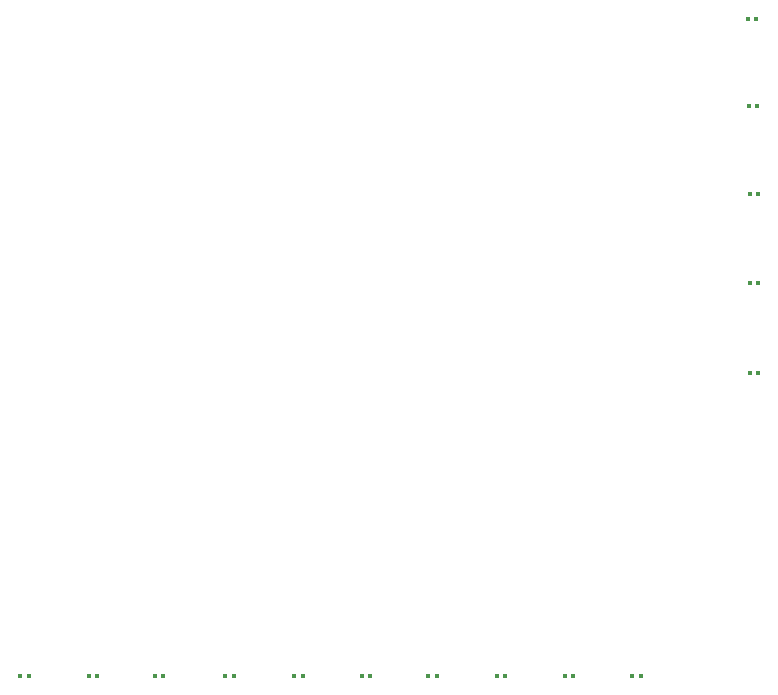
<source format=gbr>
%TF.GenerationSoftware,KiCad,Pcbnew,7.0.8*%
%TF.CreationDate,2023-11-07T23:02:09+01:00*%
%TF.ProjectId,Schaltplan,53636861-6c74-4706-9c61-6e2e6b696361,rev?*%
%TF.SameCoordinates,Original*%
%TF.FileFunction,Paste,Top*%
%TF.FilePolarity,Positive*%
%FSLAX46Y46*%
G04 Gerber Fmt 4.6, Leading zero omitted, Abs format (unit mm)*
G04 Created by KiCad (PCBNEW 7.0.8) date 2023-11-07 23:02:09*
%MOMM*%
%LPD*%
G01*
G04 APERTURE LIST*
G04 Aperture macros list*
%AMRoundRect*
0 Rectangle with rounded corners*
0 $1 Rounding radius*
0 $2 $3 $4 $5 $6 $7 $8 $9 X,Y pos of 4 corners*
0 Add a 4 corners polygon primitive as box body*
4,1,4,$2,$3,$4,$5,$6,$7,$8,$9,$2,$3,0*
0 Add four circle primitives for the rounded corners*
1,1,$1+$1,$2,$3*
1,1,$1+$1,$4,$5*
1,1,$1+$1,$6,$7*
1,1,$1+$1,$8,$9*
0 Add four rect primitives between the rounded corners*
20,1,$1+$1,$2,$3,$4,$5,0*
20,1,$1+$1,$4,$5,$6,$7,0*
20,1,$1+$1,$6,$7,$8,$9,0*
20,1,$1+$1,$8,$9,$2,$3,0*%
G04 Aperture macros list end*
%ADD10RoundRect,0.079500X-0.079500X-0.100500X0.079500X-0.100500X0.079500X0.100500X-0.079500X0.100500X0*%
G04 APERTURE END LIST*
D10*
%TO.C,R3*%
X132152000Y-115620800D03*
X132842000Y-115620800D03*
%TD*%
%TO.C,R11*%
X161046600Y-115570000D03*
X161736600Y-115570000D03*
%TD*%
%TO.C,R4*%
X137943200Y-115570000D03*
X138633200Y-115570000D03*
%TD*%
%TO.C,R14*%
X178227600Y-115620800D03*
X178917600Y-115620800D03*
%TD*%
%TO.C,R1*%
X193761800Y-59944000D03*
X194451800Y-59944000D03*
%TD*%
%TO.C,R6*%
X193914200Y-82296000D03*
X194604200Y-82296000D03*
%TD*%
%TO.C,R5*%
X193914200Y-74777600D03*
X194604200Y-74777600D03*
%TD*%
%TO.C,R9*%
X149504400Y-115570000D03*
X150194400Y-115570000D03*
%TD*%
%TO.C,R12*%
X166700600Y-115570000D03*
X167390600Y-115570000D03*
%TD*%
%TO.C,R2*%
X193797400Y-67360800D03*
X194487400Y-67360800D03*
%TD*%
%TO.C,R13*%
X172516800Y-115620800D03*
X173206800Y-115620800D03*
%TD*%
%TO.C,R15*%
X183968000Y-115620800D03*
X184658000Y-115620800D03*
%TD*%
%TO.C,R8*%
X143531200Y-115570000D03*
X144221200Y-115570000D03*
%TD*%
%TO.C,R7*%
X193929400Y-89966800D03*
X194619400Y-89966800D03*
%TD*%
%TO.C,R10*%
X155346400Y-115620800D03*
X156036400Y-115620800D03*
%TD*%
M02*

</source>
